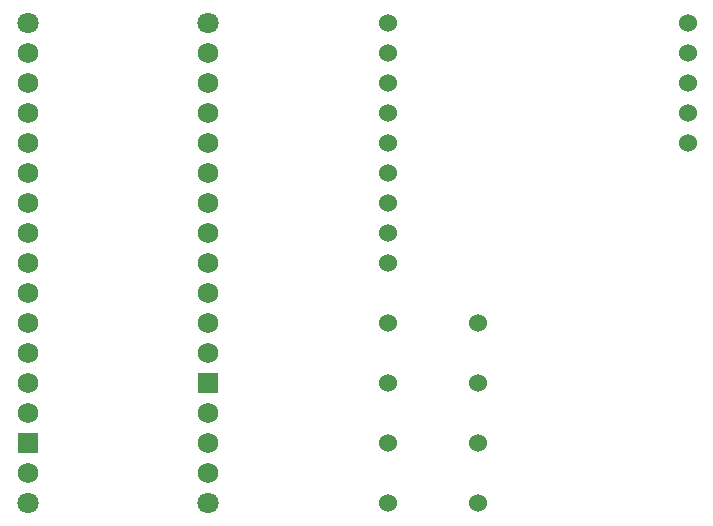
<source format=gbr>
%TF.GenerationSoftware,KiCad,Pcbnew,8.0.3-8.0.3-0~ubuntu22.04.1*%
%TF.CreationDate,2024-06-18T21:29:02-04:00*%
%TF.ProjectId,arduino-nano-esp32,61726475-696e-46f2-9d6e-616e6f2d6573,rev?*%
%TF.SameCoordinates,Original*%
%TF.FileFunction,Soldermask,Bot*%
%TF.FilePolarity,Negative*%
%FSLAX46Y46*%
G04 Gerber Fmt 4.6, Leading zero omitted, Abs format (unit mm)*
G04 Created by KiCad (PCBNEW 8.0.3-8.0.3-0~ubuntu22.04.1) date 2024-06-18 21:29:02*
%MOMM*%
%LPD*%
G01*
G04 APERTURE LIST*
%ADD10C,1.800000*%
%ADD11C,1.727200*%
%ADD12R,1.727200X1.727200*%
%ADD13C,1.524000*%
G04 APERTURE END LIST*
D10*
%TO.C,A1*%
X116840000Y-73660000D03*
X101600000Y-114300000D03*
X101600000Y-73660000D03*
X116840000Y-114300000D03*
D11*
X101600000Y-78740000D03*
X101600000Y-104140000D03*
X101600000Y-83820000D03*
X101600000Y-86360000D03*
X101600000Y-88900000D03*
X101600000Y-91440000D03*
X101600000Y-93980000D03*
X101600000Y-96520000D03*
X101600000Y-99060000D03*
X101600000Y-101600000D03*
X101600000Y-81280000D03*
X101600000Y-106680000D03*
X116840000Y-109220000D03*
X116840000Y-111760000D03*
X116840000Y-101600000D03*
X116840000Y-99060000D03*
X116840000Y-96520000D03*
X116840000Y-93980000D03*
X116840000Y-91440000D03*
X116840000Y-88900000D03*
X116840000Y-86360000D03*
X116840000Y-83820000D03*
X116840000Y-81280000D03*
X116840000Y-78740000D03*
X116840000Y-76200000D03*
X101600000Y-76200000D03*
D12*
X116840000Y-104140000D03*
X101600000Y-109220000D03*
D11*
X116840000Y-106680000D03*
X101600000Y-111760000D03*
%TD*%
D13*
%TO.C,REF\u002A\u002A*%
X132080000Y-104140000D03*
X132080000Y-99060000D03*
X139700000Y-104140000D03*
X139700000Y-99060000D03*
%TD*%
%TO.C,REF\u002A\u002A*%
X132080000Y-114300000D03*
X132080000Y-109220000D03*
X139700000Y-114300000D03*
X139700000Y-109220000D03*
%TD*%
%TO.C,REF\u002A\u002A*%
X132080000Y-93980000D03*
X132080000Y-91440000D03*
X132080000Y-88900000D03*
X132080000Y-86360000D03*
X132080000Y-83820000D03*
X132080000Y-81280000D03*
X132080000Y-78740000D03*
X132080000Y-76200000D03*
X132080000Y-73660000D03*
X157480000Y-83820000D03*
X157480000Y-81280000D03*
X157480000Y-78740000D03*
X157480000Y-76200000D03*
X157480000Y-73660000D03*
%TD*%
M02*

</source>
